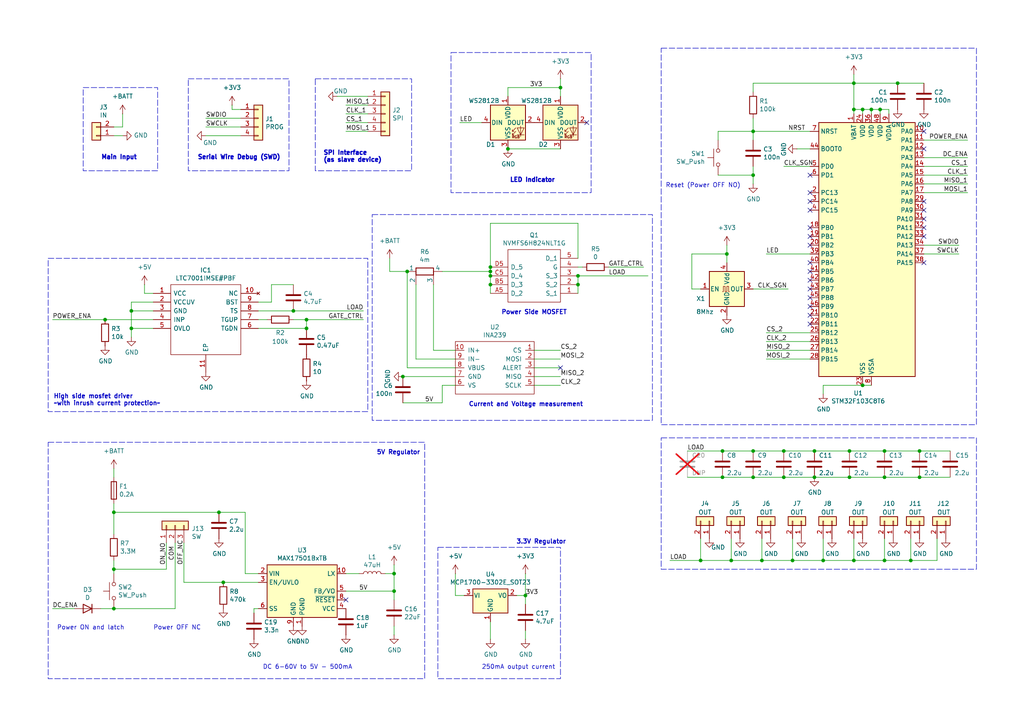
<source format=kicad_sch>
(kicad_sch (version 20231120) (generator "eeschema") (generator_version "8.0")
  (paper "A4")
  (title_block (title "ODRI Power Board") (company "LAAS-CNRS") (comment 1 "Thomas Flayols"))
  (lib_symbols
    (symbol "Connector_Generic:Conn_01x02" (pin_names (offset 1.016) hide)
      (property "Reference" "J" (at 0 2.54 0))
      (property "Value" "Conn_01x02" (at 0 -5.08 0))
      (symbol "Conn_01x02_1_1"
        (pin passive line (at -5.08 0 0) (length 3.81) (name "Pin_1") (number "1"))
        (pin passive line (at -5.08 -2.54 0) (length 3.81) (name "Pin_2") (number "2"))
      )
    )
    (symbol "Connector_Generic:Conn_01x03" (pin_names (offset 1.016) hide)
      (property "Reference" "J" (at 0 5.08 0))
      (property "Value" "Conn_01x03" (at 0 -5.08 0))
      (symbol "Conn_01x03_1_1"
        (pin passive line (at -5.08 2.54 0) (length 3.81) (name "Pin_1") (number "1"))
        (pin passive line (at -5.08 0 0) (length 3.81) (name "Pin_2") (number "2"))
        (pin passive line (at -5.08 -2.54 0) (length 3.81) (name "Pin_3") (number "3"))
      )
    )
    (symbol "Connector_Generic:Conn_01x04" (pin_names (offset 1.016) hide)
      (property "Reference" "J" (at 0 5.08 0))
      (property "Value" "Conn_01x04" (at 0 -7.62 0))
      (symbol "Conn_01x04_1_1"
        (pin passive line (at -5.08 2.54 0) (length 3.81) (name "Pin_1") (number "1"))
        (pin passive line (at -5.08 0 0) (length 3.81) (name "Pin_2") (number "2"))
        (pin passive line (at -5.08 -2.54 0) (length 3.81) (name "Pin_3") (number "3"))
        (pin passive line (at -5.08 -5.08 0) (length 3.81) (name "Pin_4") (number "4"))
      )
    )
    (symbol "Connector_Generic:Conn_01x05" (pin_names (offset 1.016) hide)
      (property "Reference" "J" (at 0 7.62 0))
      (property "Value" "Conn_01x05" (at 0 -7.62 0))
      (symbol "Conn_01x05_1_1"
        (pin passive line (at -5.08 5.08 0) (length 3.81) (name "Pin_1") (number "1"))
        (pin passive line (at -5.08 2.54 0) (length 3.81) (name "Pin_2") (number "2"))
        (pin passive line (at -5.08 0 0) (length 3.81) (name "Pin_3") (number "3"))
        (pin passive line (at -5.08 -2.54 0) (length 3.81) (name "Pin_4") (number "4"))
        (pin passive line (at -5.08 -5.08 0) (length 3.81) (name "Pin_5") (number "5"))
      )
    )
    (symbol "Device:C" (pin_numbers hide) (pin_names (offset 0.254))
      (property "Reference" "C" (at 0.635 2.54 0))
      (property "Value" "C" (at 0.635 -2.54 0))
      (symbol "C_1_1"
        (pin passive line (at 0 3.81 270) (length 2.794) (name "~") (number "1"))
        (pin passive line (at 0 -3.81 90) (length 2.794) (name "~") (number "2"))
      )
    )
    (symbol "Device:D" (pin_numbers hide) (pin_names (offset 1.016) hide)
      (property "Reference" "D" (at 0 2.54 0))
      (property "Value" "D" (at 0 -2.54 0))
      (symbol "D_1_1"
        (pin passive line (at -3.81 0 0) (length 2.54) (name "K") (number "1"))
        (pin passive line (at 3.81 0 180) (length 2.54) (name "A") (number "2"))
      )
    )
    (symbol "Device:Fuse" (pin_numbers hide) (pin_names (offset 0))
      (property "Reference" "F" (at 2.032 0 90))
      (property "Value" "Fuse" (at -1.905 0 90))
      (symbol "Fuse_1_1"
        (pin passive line (at 0 3.81 270) (length 1.27) (name "~") (number "1"))
        (pin passive line (at 0 -3.81 90) (length 1.27) (name "~") (number "2"))
      )
    )
    (symbol "Device:L" (pin_numbers hide) (pin_names (offset 1.016) hide)
      (property "Reference" "L" (at -1.27 0 90))
      (property "Value" "L" (at 1.905 0 90))
      (symbol "L_1_1"
        (pin passive line (at 0 3.81 270) (length 1.27) (name "1") (number "1"))
        (pin passive line (at 0 -3.81 90) (length 1.27) (name "2") (number "2"))
      )
    )
    (symbol "Device:R" (pin_numbers hide) (pin_names (offset 0))
      (property "Reference" "R" (at 2.032 0 90))
      (property "Value" "R" (at 0 0 90))
      (symbol "R_1_1"
        (pin passive line (at 0 3.81 270) (length 1.27) (name "~") (number "1"))
        (pin passive line (at 0 -3.81 90) (length 1.27) (name "~") (number "2"))
      )
    )
    (symbol "Device:R_Shunt" (pin_numbers hide) (pin_names (offset 0))
      (property "Reference" "R" (at -4.445 0 90))
      (property "Value" "R_Shunt" (at -2.54 0 90))
      (symbol "R_Shunt_1_1"
        (pin passive line (at 0 5.08 270) (length 2.54) (name "1") (number "1"))
        (pin passive line (at 3.81 2.54 180) (length 2.54) (name "2") (number "2"))
        (pin passive line (at 3.81 -2.54 180) (length 2.54) (name "3") (number "3"))
        (pin passive line (at 0 -5.08 90) (length 2.54) (name "4") (number "4"))
      )
    )
    (symbol "LED:WS2812B" (pin_names (offset 0.254))
      (property "Reference" "D" (at 5.08 5.715 0))
      (property "Value" "WS2812B" (at 1.27 -5.715 0))
      (symbol "WS2812B_0_0"
        (text "RGB" (at 2.286 -4.191 0) (effects (font (size 0.762 0.762))))
      )
      (symbol "WS2812B_1_1"
        (pin power_in line (at 0 7.62 270) (length 2.54) (name "VDD") (number "1"))
        (pin output line (at 7.62 0 180) (length 2.54) (name "DOUT") (number "2"))
        (pin power_in line (at 0 -7.62 90) (length 2.54) (name "VSS") (number "3"))
        (pin input line (at -7.62 0 0) (length 2.54) (name "DIN") (number "4"))
      )
    )
    (symbol "LTC7001IMSE#PBF:LTC7001IMSE#PBF" (pin_names (offset 0.762))
      (property "Reference" "IC" (at 26.67 7.62 0))
      (property "Value" "LTC7001IMSE#PBF" (at 26.67 5.08 0))
      (symbol "LTC7001IMSE#PBF_0_0"
        (pin passive line (at 0 0 0) (length 5.08) (name "VCC") (number "1"))
        (pin no_connect line (at 30.48 0 180) (length 5.08) (name "NC") (number "10"))
        (pin passive line (at 15.24 -22.86 90) (length 5.08) (name "EP") (number "11"))
        (pin passive line (at 0 -2.54 0) (length 5.08) (name "VCCUV") (number "2"))
        (pin passive line (at 0 -5.08 0) (length 5.08) (name "GND") (number "3"))
        (pin passive line (at 0 -7.62 0) (length 5.08) (name "INP") (number "4"))
        (pin passive line (at 0 -10.16 0) (length 5.08) (name "OVLO") (number "5"))
        (pin passive line (at 30.48 -10.16 180) (length 5.08) (name "TGDN") (number "6"))
        (pin passive line (at 30.48 -7.62 180) (length 5.08) (name "TGUP") (number "7"))
        (pin passive line (at 30.48 -5.08 180) (length 5.08) (name "TS") (number "8"))
        (pin passive line (at 30.48 -2.54 180) (length 5.08) (name "BST") (number "9"))
      )
    )
    (symbol "MCU_ST_STM32F1:STM32F103C8Tx"
      (property "Reference" "U" (at -12.7 39.37 0))
      (property "Value" "STM32F103C8Tx" (at 10.16 39.37 0))
      (symbol "STM32F103C8Tx_1_1"
        (pin power_in line (at -2.54 40.64 270) (length 2.54) (name "VBAT") (number "1"))
        (pin bidirectional line (at 17.78 35.56 180) (length 2.54) (name "PA0") (number "10"))
        (pin bidirectional line (at 17.78 33.02 180) (length 2.54) (name "PA1") (number "11"))
        (pin bidirectional line (at 17.78 30.48 180) (length 2.54) (name "PA2") (number "12"))
        (pin bidirectional line (at 17.78 27.94 180) (length 2.54) (name "PA3") (number "13"))
        (pin bidirectional line (at 17.78 25.4 180) (length 2.54) (name "PA4") (number "14"))
        (pin bidirectional line (at 17.78 22.86 180) (length 2.54) (name "PA5") (number "15"))
        (pin bidirectional line (at 17.78 20.32 180) (length 2.54) (name "PA6") (number "16"))
        (pin bidirectional line (at 17.78 17.78 180) (length 2.54) (name "PA7") (number "17"))
        (pin bidirectional line (at -15.24 7.62 0) (length 2.54) (name "PB0") (number "18"))
        (pin bidirectional line (at -15.24 5.08 0) (length 2.54) (name "PB1") (number "19"))
        (pin bidirectional line (at -15.24 17.78 0) (length 2.54) (name "PC13") (number "2"))
        (pin bidirectional line (at -15.24 2.54 0) (length 2.54) (name "PB2") (number "20"))
        (pin bidirectional line (at -15.24 -17.78 0) (length 2.54) (name "PB10") (number "21"))
        (pin bidirectional line (at -15.24 -20.32 0) (length 2.54) (name "PB11") (number "22"))
        (pin power_in line (at 0 -38.1 90) (length 2.54) (name "VSS") (number "23"))
        (pin power_in line (at 0 40.64 270) (length 2.54) (name "VDD") (number "24"))
        (pin bidirectional line (at -15.24 -22.86 0) (length 2.54) (name "PB12") (number "25"))
        (pin bidirectional line (at -15.24 -25.4 0) (length 2.54) (name "PB13") (number "26"))
        (pin bidirectional line (at -15.24 -27.94 0) (length 2.54) (name "PB14") (number "27"))
        (pin bidirectional line (at -15.24 -30.48 0) (length 2.54) (name "PB15") (number "28"))
        (pin bidirectional line (at 17.78 15.24 180) (length 2.54) (name "PA8") (number "29"))
        (pin bidirectional line (at -15.24 15.24 0) (length 2.54) (name "PC14") (number "3"))
        (pin bidirectional line (at 17.78 12.7 180) (length 2.54) (name "PA9") (number "30"))
        (pin bidirectional line (at 17.78 10.16 180) (length 2.54) (name "PA10") (number "31"))
        (pin bidirectional line (at 17.78 7.62 180) (length 2.54) (name "PA11") (number "32"))
        (pin bidirectional line (at 17.78 5.08 180) (length 2.54) (name "PA12") (number "33"))
        (pin bidirectional line (at 17.78 2.54 180) (length 2.54) (name "PA13") (number "34"))
        (pin passive line (at 0 -38.1 90) (length 2.54) hide (name "VSS") (number "35"))
        (pin power_in line (at 2.54 40.64 270) (length 2.54) (name "VDD") (number "36"))
        (pin bidirectional line (at 17.78 0 180) (length 2.54) (name "PA14") (number "37"))
        (pin bidirectional line (at 17.78 -2.54 180) (length 2.54) (name "PA15") (number "38"))
        (pin bidirectional line (at -15.24 0 0) (length 2.54) (name "PB3") (number "39"))
        (pin bidirectional line (at -15.24 12.7 0) (length 2.54) (name "PC15") (number "4"))
        (pin bidirectional line (at -15.24 -2.54 0) (length 2.54) (name "PB4") (number "40"))
        (pin bidirectional line (at -15.24 -5.08 0) (length 2.54) (name "PB5") (number "41"))
        (pin bidirectional line (at -15.24 -7.62 0) (length 2.54) (name "PB6") (number "42"))
        (pin bidirectional line (at -15.24 -10.16 0) (length 2.54) (name "PB7") (number "43"))
        (pin input line (at -15.24 30.48 0) (length 2.54) (name "BOOT0") (number "44"))
        (pin bidirectional line (at -15.24 -12.7 0) (length 2.54) (name "PB8") (number "45"))
        (pin bidirectional line (at -15.24 -15.24 0) (length 2.54) (name "PB9") (number "46"))
        (pin passive line (at 0 -38.1 90) (length 2.54) hide (name "VSS") (number "47"))
        (pin power_in line (at 5.08 40.64 270) (length 2.54) (name "VDD") (number "48"))
        (pin bidirectional line (at -15.24 25.4 0) (length 2.54) (name "PD0") (number "5"))
        (pin bidirectional line (at -15.24 22.86 0) (length 2.54) (name "PD1") (number "6"))
        (pin input line (at -15.24 35.56 0) (length 2.54) (name "NRST") (number "7"))
        (pin power_in line (at 2.54 -38.1 90) (length 2.54) (name "VSSA") (number "8"))
        (pin power_in line (at 7.62 40.64 270) (length 2.54) (name "VDDA") (number "9"))
      )
    )
    (symbol "NVMFS5C604NLWFT1G:NVMFS5C604NLWFT1G" (pin_names (offset 0.762))
      (property "Reference" "Q" (at 21.59 7.62 0))
      (property "Value" "NVMFS5C604NLWFT1G" (at 21.59 5.08 0))
      (symbol "NVMFS5C604NLWFT1G_0_0"
        (pin passive line (at 0 0 0) (length 5.08) (name "S_1") (number "1"))
        (pin passive line (at 0 -2.54 0) (length 5.08) (name "S_2") (number "2"))
        (pin passive line (at 0 -5.08 0) (length 5.08) (name "S_3") (number "3"))
        (pin passive line (at 0 -7.62 0) (length 5.08) (name "G") (number "4"))
        (pin passive line (at 0 -10.16 0) (length 5.08) (name "D_1") (number "5"))
        (pin passive line (at 25.4 0 180) (length 5.08) (name "D_2") (number "A5"))
        (pin passive line (at 25.4 -2.54 180) (length 5.08) (name "D_3") (number "B5"))
        (pin passive line (at 25.4 -5.08 180) (length 5.08) (name "D_4") (number "C5"))
        (pin passive line (at 25.4 -7.62 180) (length 5.08) (name "D_5") (number "D5"))
      )
    )
    (symbol "Oscillator:ASE-xxxMHz" (pin_names (offset 0.254))
      (property "Reference" "X" (at -5.08 6.35 0))
      (property "Value" "ASE-xxxMHz" (at 1.27 -6.35 0))
      (symbol "ASE-xxxMHz_1_1"
        (pin input line (at -7.62 0 0) (length 2.54) (name "EN") (number "1"))
        (pin power_in line (at 0 -7.62 90) (length 2.54) (name "GND") (number "2"))
        (pin output line (at 7.62 0 180) (length 2.54) (name "OUT") (number "3"))
        (pin power_in line (at 0 7.62 270) (length 2.54) (name "Vdd") (number "4"))
      )
    )
    (symbol "Regulator_Linear:MCP1700x-330xxTT" (pin_names (offset 0.254))
      (property "Reference" "U" (at -3.81 3.175 0))
      (property "Value" "MCP1700x-330xxTT" (at 0 3.175 0))
      (symbol "MCP1700x-330xxTT_1_1"
        (pin power_in line (at 0 -7.62 90) (length 2.54) (name "GND") (number "1"))
        (pin power_out line (at 7.62 0 180) (length 2.54) (name "VO") (number "2"))
        (pin power_in line (at -7.62 0 0) (length 2.54) (name "VI") (number "3"))
      )
    )
    (symbol "Regulator_Switching:MAX17501BxTB"
      (property "Reference" "U" (at -8.89 8.89 0))
      (property "Value" "MAX17501BxTB" (at 2.032 8.89 0))
      (symbol "MAX17501BxTB_1_1"
        (pin power_in line (at 0 -10.16 90) (length 2.54) (name "PGND") (number "1"))
        (pin power_out line (at 12.7 5.08 180) (length 2.54) (name "LX") (number "10"))
        (pin passive line (at -2.54 -10.16 90) (length 2.54) hide (name "GND") (number "11"))
        (pin power_in line (at -12.7 5.08 0) (length 2.54) (name "VIN") (number "2"))
        (pin input line (at -12.7 2.54 0) (length 2.54) (name "EN/UVLO") (number "3"))
        (pin power_out line (at 12.7 -5.08 180) (length 2.54) (name "VCC") (number "4"))
        (pin input line (at 12.7 0 180) (length 2.54) (name "FB/VO") (number "5"))
        (pin passive line (at -12.7 -5.08 0) (length 2.54) (name "SS") (number "6"))
        (pin no_connect line (at -10.16 -2.54 0) (length 2.54) hide (name "NC") (number "7"))
        (pin open_collector line (at 12.7 -2.54 180) (length 2.54) (name "~{RESET}") (number "8"))
        (pin power_in line (at -2.54 -10.16 90) (length 2.54) (name "GND") (number "9"))
      )
    )
    (symbol "Switch:SW_Push" (pin_numbers hide) (pin_names (offset 1.016) hide)
      (property "Reference" "SW" (at 1.27 2.54 0))
      (property "Value" "SW_Push" (at 0 -1.524 0))
      (symbol "SW_Push_0_1"
        (pin passive line (at -5.08 0 0) (length 2.54) (name "1") (number "1"))
        (pin passive line (at 5.08 0 180) (length 2.54) (name "2") (number "2"))
      )
    )
    (symbol "ina229:INA229" (pin_names (offset 1.016))
      (property "Reference" "U" (at 5.08 0 0))
      (property "Value" "INA229" (at 5.08 -20.32 0))
      (symbol "INA229_1_1"
        (pin input line (at -12.7 -5.08 0) (length 2.54) (name "CS") (number "1"))
        (pin input line (at 10.16 -5.08 180) (length 2.54) (name "IN+") (number "10"))
        (pin input line (at -12.7 -7.62 0) (length 2.54) (name "MOSI") (number "2"))
        (pin output line (at -12.7 -10.16 0) (length 2.54) (name "ALERT") (number "3"))
        (pin output line (at -12.7 -12.7 0) (length 2.54) (name "MISO") (number "4"))
        (pin input line (at -12.7 -15.24 0) (length 2.54) (name "SCLK") (number "5"))
        (pin power_in line (at 10.16 -15.24 180) (length 2.54) (name "VS") (number "6"))
        (pin power_in line (at 10.16 -12.7 180) (length 2.54) (name "GND") (number "7"))
        (pin power_in line (at 10.16 -10.16 180) (length 2.54) (name "VBUS") (number "8"))
        (pin input line (at 10.16 -7.62 180) (length 2.54) (name "IN-") (number "9"))
      )
    )
    (symbol "power:+3V3" (power) (pin_numbers hide) (pin_names (offset 0) hide)
      (property "Value" "+3V3" (at 0 3.556 0))
      (symbol "+3V3_1_1"
        (pin power_in line (at 0 0 90) (length 0) (name "~") (number "1"))
      )
    )
    (symbol "power:+5V" (power) (pin_numbers hide) (pin_names (offset 0) hide)
      (property "Value" "+5V" (at 0 3.556 0))
      (symbol "+5V_1_1"
        (pin power_in line (at 0 0 90) (length 0) (name "~") (number "1"))
      )
    )
    (symbol "power:+BATT" (power) (pin_numbers hide) (pin_names (offset 0) hide)
      (property "Value" "+BATT" (at 0 3.556 0))
      (symbol "+BATT_1_1"
        (pin power_in line (at 0 0 90) (length 0) (name "~") (number "1"))
      )
    )
    (symbol "power:GND" (power) (pin_numbers hide) (pin_names (offset 0) hide)
      (property "Value" "GND" (at 0 -3.81 0))
      (symbol "GND_1_1"
        (pin power_in line (at 0 0 270) (length 0) (name "~") (number "1"))
      )
    )
  )
  (junction (at 167.64 80.01))
  (junction (at 246.38 138.43))
  (junction (at 246.38 130.81))
  (junction (at 142.24 82.55))
  (junction (at 218.44 38.1))
  (junction (at 252.73 31.75))
  (junction (at 38.1 90.17))
  (junction (at 266.7 130.81))
  (junction (at 152.4 172.72))
  (junction (at 227.33 130.81))
  (junction (at 250.19 31.75))
  (junction (at 256.54 130.81))
  (junction (at 218.44 130.81))
  (junction (at 247.65 162.56))
  (junction (at 260.35 24.13))
  (junction (at 218.44 138.43))
  (junction (at 238.76 162.56))
  (junction (at 236.22 138.43))
  (junction (at 88.9 95.25))
  (junction (at 33.02 165.1))
  (junction (at 38.1 95.25))
  (junction (at 255.27 31.75))
  (junction (at 30.48 92.71))
  (junction (at 114.3 166.37))
  (junction (at 142.24 77.47))
  (junction (at 85.09 90.17))
  (junction (at 250.19 111.76))
  (junction (at 33.02 148.59))
  (junction (at 229.87 162.56))
  (junction (at 220.98 162.56))
  (junction (at 236.22 130.81))
  (junction (at 203.2 162.56))
  (junction (at 33.02 176.53))
  (junction (at 64.77 168.91))
  (junction (at 256.54 162.56))
  (junction (at 209.55 138.43))
  (junction (at 147.32 43.18))
  (junction (at 247.65 31.75))
  (junction (at 142.24 80.01))
  (junction (at 266.7 138.43))
  (junction (at 162.56 25.4))
  (junction (at 247.65 24.13))
  (junction (at 210.82 73.66))
  (junction (at 118.11 78.74))
  (junction (at 212.09 162.56))
  (junction (at 167.64 82.55))
  (junction (at 227.33 138.43))
  (junction (at 142.24 78.74))
  (junction (at 63.5 148.59))
  (junction (at 114.3 171.45))
  (junction (at 256.54 138.43))
  (junction (at 264.16 162.56))
  (junction (at 116.84 109.22))
  (junction (at 218.44 50.8))
  (junction (at 88.9 92.71))
  (junction (at 209.55 130.81))
  (no_connect (at 234.95 91.44))
  (no_connect (at 100.33 173.99))
  (no_connect (at 234.95 50.8))
  (no_connect (at 234.95 66.04))
  (no_connect (at 162.56 106.68))
  (no_connect (at 234.95 58.42))
  (no_connect (at 234.95 78.74))
  (no_connect (at 267.97 68.58))
  (no_connect (at 267.97 43.18))
  (no_connect (at 234.95 81.28))
  (no_connect (at 234.95 60.96))
  (no_connect (at 234.95 76.2))
  (no_connect (at 234.95 55.88))
  (no_connect (at 234.95 71.12))
  (no_connect (at 267.97 38.1))
  (no_connect (at 267.97 63.5))
  (no_connect (at 234.95 68.58))
  (no_connect (at 234.95 88.9))
  (no_connect (at 267.97 76.2))
  (no_connect (at 170.18 35.56))
  (no_connect (at 234.95 86.36))
  (no_connect (at 234.95 93.98))
  (no_connect (at 267.97 58.42))
  (no_connect (at 267.97 66.04))
  (no_connect (at 234.95 83.82))
  (no_connect (at 267.97 60.96))
  (wire (pts (xy 132.08 166.37) (xy 132.08 172.72)))
  (wire (pts (xy 149.86 172.72) (xy 152.4 172.72)))
  (wire (pts (xy 38.1 90.17) (xy 44.45 90.17)))
  (wire (pts (xy 162.56 25.4) (xy 147.32 25.4)))
  (wire (pts (xy 154.94 101.6) (xy 162.56 101.6)))
  (wire (pts (xy 154.94 111.76) (xy 162.56 111.76)))
  (wire (pts (xy 67.31 31.75) (xy 69.85 31.75)))
  (wire (pts (xy 203.2 83.82) (xy 200.66 83.82)))
  (wire (pts (xy 229.87 156.21) (xy 229.87 162.56)))
  (wire (pts (xy 128.27 78.74) (xy 142.24 78.74)))
  (wire (pts (xy 220.98 156.21) (xy 220.98 162.56)))
  (wire (pts (xy 227.33 130.81) (xy 236.22 130.81)))
  (wire (pts (xy 238.76 114.3) (xy 238.76 111.76)))
  (wire (pts (xy 167.64 82.55) (xy 167.64 85.09)))
  (wire (pts (xy 33.02 148.59) (xy 63.5 148.59)))
  (wire (pts (xy 50.8 157.48) (xy 50.8 176.53)))
  (wire (pts (xy 100.33 35.56) (xy 106.68 35.56)))
  (wire (pts (xy 256.54 156.21) (xy 256.54 162.56)))
  (wire (pts (xy 246.38 130.81) (xy 256.54 130.81)))
  (wire (pts (xy 200.66 83.82) (xy 200.66 73.66)))
  (wire (pts (xy 74.93 176.53) (xy 73.66 176.53)))
  (wire (pts (xy 220.98 162.56) (xy 212.09 162.56)))
  (wire (pts (xy 162.56 27.94) (xy 162.56 25.4)))
  (wire (pts (xy 247.65 24.13) (xy 260.35 24.13)))
  (wire (pts (xy 35.56 33.02) (xy 35.56 36.83)))
  (wire (pts (xy 114.3 163.83) (xy 114.3 166.37)))
  (wire (pts (xy 142.24 85.09) (xy 142.24 82.55)))
  (wire (pts (xy 74.93 92.71) (xy 77.47 92.71)))
  (wire (pts (xy 125.73 82.55) (xy 125.73 101.6)))
  (wire (pts (xy 167.64 64.77) (xy 142.24 64.77)))
  (wire (pts (xy 250.19 31.75) (xy 252.73 31.75)))
  (wire (pts (xy 154.94 104.14) (xy 162.56 104.14)))
  (wire (pts (xy 208.28 50.8) (xy 218.44 50.8)))
  (wire (pts (xy 33.02 165.1) (xy 48.26 165.1)))
  (wire (pts (xy 33.02 36.83) (xy 35.56 36.83)))
  (wire (pts (xy 113.03 74.93) (xy 113.03 78.74)))
  (wire (pts (xy 247.65 156.21) (xy 247.65 162.56)))
  (wire (pts (xy 100.33 171.45) (xy 114.3 171.45)))
  (wire (pts (xy 210.82 76.2) (xy 210.82 73.66)))
  (wire (pts (xy 247.65 21.59) (xy 247.65 24.13)))
  (wire (pts (xy 228.6 83.82) (xy 218.44 83.82)))
  (wire (pts (xy 271.78 156.21) (xy 271.78 162.56)))
  (wire (pts (xy 132.08 106.68) (xy 118.11 106.68)))
  (wire (pts (xy 142.24 80.01) (xy 142.24 82.55)))
  (wire (pts (xy 154.94 106.68) (xy 162.56 106.68)))
  (wire (pts (xy 41.91 82.55) (xy 41.91 85.09)))
  (wire (pts (xy 59.69 34.29) (xy 69.85 34.29)))
  (wire (pts (xy 33.02 154.94) (xy 33.02 148.59)))
  (wire (pts (xy 142.24 78.74) (xy 142.24 80.01)))
  (wire (pts (xy 218.44 130.81) (xy 227.33 130.81)))
  (wire (pts (xy 252.73 31.75) (xy 252.73 33.02)))
  (wire (pts (xy 187.96 80.01) (xy 167.64 80.01)))
  (wire (pts (xy 247.65 162.56) (xy 238.76 162.56)))
  (wire (pts (xy 167.64 77.47) (xy 168.91 77.47)))
  (wire (pts (xy 114.3 166.37) (xy 114.3 171.45)))
  (wire (pts (xy 246.38 138.43) (xy 236.22 138.43)))
  (wire (pts (xy 30.48 92.71) (xy 44.45 92.71)))
  (wire (pts (xy 132.08 101.6) (xy 125.73 101.6)))
  (wire (pts (xy 114.3 171.45) (xy 114.3 173.99)))
  (wire (pts (xy 38.1 97.79) (xy 38.1 95.25)))
  (wire (pts (xy 222.25 96.52) (xy 234.95 96.52)))
  (wire (pts (xy 194.31 162.56) (xy 203.2 162.56)))
  (wire (pts (xy 74.93 168.91) (xy 64.77 168.91)))
  (wire (pts (xy 208.28 38.1) (xy 218.44 38.1)))
  (wire (pts (xy 38.1 95.25) (xy 44.45 95.25)))
  (wire (pts (xy 73.66 176.53) (xy 73.66 177.8)))
  (wire (pts (xy 229.87 162.56) (xy 220.98 162.56)))
  (wire (pts (xy 147.32 27.94) (xy 147.32 25.4)))
  (wire (pts (xy 247.65 31.75) (xy 247.65 24.13)))
  (wire (pts (xy 222.25 73.66) (xy 234.95 73.66)))
  (wire (pts (xy 118.11 106.68) (xy 118.11 78.74)))
  (wire (pts (xy 85.09 92.71) (xy 88.9 92.71)))
  (wire (pts (xy 132.08 104.14) (xy 120.65 104.14)))
  (wire (pts (xy 78.74 82.55) (xy 85.09 82.55)))
  (wire (pts (xy 250.19 111.76) (xy 252.73 111.76)))
  (wire (pts (xy 257.81 33.02) (xy 257.81 31.75)))
  (wire (pts (xy 238.76 162.56) (xy 229.87 162.56)))
  (wire (pts (xy 255.27 31.75) (xy 257.81 31.75)))
  (wire (pts (xy 88.9 92.71) (xy 88.9 95.25)))
  (wire (pts (xy 85.09 90.17) (xy 105.41 90.17)))
  (wire (pts (xy 71.12 166.37) (xy 74.93 166.37)))
  (wire (pts (xy 167.64 80.01) (xy 167.64 82.55)))
  (wire (pts (xy 74.93 87.63) (xy 78.74 87.63)))
  (wire (pts (xy 38.1 90.17) (xy 38.1 95.25)))
  (wire (pts (xy 15.24 176.53) (xy 21.59 176.53)))
  (wire (pts (xy 167.64 74.93) (xy 167.64 64.77)))
  (wire (pts (xy 128.27 111.76) (xy 128.27 116.84)))
  (wire (pts (xy 267.97 48.26) (xy 280.67 48.26)))
  (wire (pts (xy 203.2 156.21) (xy 203.2 162.56)))
  (wire (pts (xy 210.82 71.12) (xy 210.82 73.66)))
  (wire (pts (xy 266.7 138.43) (xy 256.54 138.43)))
  (wire (pts (xy 67.31 30.48) (xy 67.31 31.75)))
  (wire (pts (xy 266.7 130.81) (xy 275.59 130.81)))
  (wire (pts (xy 44.45 87.63) (xy 38.1 87.63)))
  (wire (pts (xy 275.59 138.43) (xy 266.7 138.43)))
  (wire (pts (xy 128.27 116.84) (xy 116.84 116.84)))
  (wire (pts (xy 74.93 95.25) (xy 88.9 95.25)))
  (wire (pts (xy 154.94 109.22) (xy 162.56 109.22)))
  (wire (pts (xy 227.33 138.43) (xy 236.22 138.43)))
  (wire (pts (xy 106.68 38.1) (xy 100.33 38.1)))
  (wire (pts (xy 267.97 53.34) (xy 280.67 53.34)))
  (wire (pts (xy 267.97 50.8) (xy 280.67 50.8)))
  (wire (pts (xy 212.09 156.21) (xy 212.09 162.56)))
  (wire (pts (xy 218.44 50.8) (xy 218.44 53.34)))
  (wire (pts (xy 256.54 130.81) (xy 266.7 130.81)))
  (wire (pts (xy 53.34 157.48) (xy 53.34 168.91)))
  (wire (pts (xy 260.35 24.13) (xy 267.97 24.13)))
  (wire (pts (xy 218.44 138.43) (xy 227.33 138.43)))
  (wire (pts (xy 252.73 31.75) (xy 255.27 31.75)))
  (wire (pts (xy 212.09 162.56) (xy 203.2 162.56)))
  (wire (pts (xy 120.65 82.55) (xy 120.65 104.14)))
  (wire (pts (xy 218.44 130.81) (xy 209.55 130.81)))
  (wire (pts (xy 236.22 130.81) (xy 246.38 130.81)))
  (wire (pts (xy 33.02 39.37) (xy 35.56 39.37)))
  (wire (pts (xy 33.02 135.89) (xy 33.02 138.43)))
  (wire (pts (xy 231.14 43.18) (xy 234.95 43.18)))
  (wire (pts (xy 267.97 71.12) (xy 278.13 71.12)))
  (wire (pts (xy 78.74 87.63) (xy 78.74 82.55)))
  (wire (pts (xy 33.02 176.53) (xy 50.8 176.53)))
  (wire (pts (xy 48.26 165.1) (xy 48.26 157.48)))
  (wire (pts (xy 234.95 48.26) (xy 227.33 48.26)))
  (wire (pts (xy 139.7 35.56) (xy 133.35 35.56)))
  (wire (pts (xy 218.44 38.1) (xy 234.95 38.1)))
  (wire (pts (xy 267.97 45.72) (xy 280.67 45.72)))
  (wire (pts (xy 71.12 166.37) (xy 71.12 148.59)))
  (wire (pts (xy 267.97 40.64) (xy 280.67 40.64)))
  (wire (pts (xy 53.34 168.91) (xy 64.77 168.91)))
  (wire (pts (xy 106.68 33.02) (xy 100.33 33.02)))
  (wire (pts (xy 264.16 162.56) (xy 256.54 162.56)))
  (wire (pts (xy 132.08 109.22) (xy 116.84 109.22)))
  (wire (pts (xy 100.33 30.48) (xy 106.68 30.48)))
  (wire (pts (xy 218.44 48.26) (xy 218.44 50.8)))
  (wire (pts (xy 264.16 156.21) (xy 264.16 162.56)))
  (wire (pts (xy 222.25 101.6) (xy 234.95 101.6)))
  (wire (pts (xy 238.76 111.76) (xy 250.19 111.76)))
  (wire (pts (xy 41.91 85.09) (xy 44.45 85.09)))
  (wire (pts (xy 238.76 156.21) (xy 238.76 162.56)))
  (wire (pts (xy 152.4 182.88) (xy 152.4 185.42)))
  (wire (pts (xy 152.4 166.37) (xy 152.4 172.72)))
  (wire (pts (xy 176.53 77.47) (xy 186.69 77.47)))
  (wire (pts (xy 142.24 77.47) (xy 142.24 78.74)))
  (wire (pts (xy 267.97 55.88) (xy 280.67 55.88)))
  (wire (pts (xy 33.02 146.05) (xy 33.02 148.59)))
  (wire (pts (xy 33.02 162.56) (xy 33.02 165.1)))
  (wire (pts (xy 63.5 148.59) (xy 71.12 148.59)))
  (wire (pts (xy 255.27 31.75) (xy 255.27 33.02)))
  (wire (pts (xy 247.65 31.75) (xy 250.19 31.75)))
  (wire (pts (xy 209.55 138.43) (xy 218.44 138.43)))
  (wire (pts (xy 132.08 172.72) (xy 134.62 172.72)))
  (wire (pts (xy 38.1 87.63) (xy 38.1 90.17)))
  (wire (pts (xy 69.85 36.83) (xy 59.69 36.83)))
  (wire (pts (xy 162.56 43.18) (xy 147.32 43.18)))
  (wire (pts (xy 85.09 90.17) (xy 74.93 90.17)))
  (wire (pts (xy 100.33 166.37) (xy 104.14 166.37)))
  (wire (pts (xy 250.19 31.75) (xy 250.19 33.02)))
  (wire (pts (xy 218.44 34.29) (xy 218.44 38.1)))
  (wire (pts (xy 208.28 38.1) (xy 208.28 40.64)))
  (wire (pts (xy 218.44 24.13) (xy 247.65 24.13)))
  (wire (pts (xy 152.4 172.72) (xy 152.4 175.26)))
  (wire (pts (xy 162.56 22.86) (xy 162.56 25.4)))
  (wire (pts (xy 222.25 99.06) (xy 234.95 99.06)))
  (wire (pts (xy 111.76 166.37) (xy 114.3 166.37)))
  (wire (pts (xy 199.39 130.81) (xy 209.55 130.81)))
  (wire (pts (xy 106.68 27.94) (xy 97.79 27.94)))
  (wire (pts (xy 267.97 73.66) (xy 278.13 73.66)))
  (wire (pts (xy 256.54 138.43) (xy 246.38 138.43)))
  (wire (pts (xy 69.85 39.37) (xy 59.69 39.37)))
  (wire (pts (xy 142.24 64.77) (xy 142.24 77.47)))
  (wire (pts (xy 113.03 78.74) (xy 118.11 78.74)))
  (wire (pts (xy 256.54 162.56) (xy 247.65 162.56)))
  (wire (pts (xy 271.78 162.56) (xy 264.16 162.56)))
  (wire (pts (xy 29.21 176.53) (xy 33.02 176.53)))
  (wire (pts (xy 247.65 33.02) (xy 247.65 31.75)))
  (wire (pts (xy 114.3 181.61) (xy 114.3 184.15)))
  (wire (pts (xy 218.44 26.67) (xy 218.44 24.13)))
  (wire (pts (xy 222.25 104.14) (xy 234.95 104.14)))
  (wire (pts (xy 33.02 165.1) (xy 33.02 166.37)))
  (wire (pts (xy 199.39 138.43) (xy 209.55 138.43)))
  (wire (pts (xy 88.9 92.71) (xy 105.41 92.71)))
  (wire (pts (xy 200.66 73.66) (xy 210.82 73.66)))
  (wire (pts (xy 218.44 38.1) (xy 218.44 40.64)))
  (wire (pts (xy 15.24 92.71) (xy 30.48 92.71)))
  (wire (pts (xy 142.24 180.34) (xy 142.24 185.42)))
  (wire (pts (xy 132.08 111.76) (xy 128.27 111.76)))
  (rectangle (start 24.13 25.4) (end 45.72 49.53) (stroke (width 0) (type dash)))
  (rectangle (start 107.95 62.23) (end 189.23 121.92) (stroke (width 0) (type dash)))
  (rectangle (start 191.77 13.97) (end 283.21 123.19) (stroke (width 0) (type dash)))
  (rectangle (start 54.61 22.86) (end 83.82 49.53) (stroke (width 0) (type dash)))
  (rectangle (start 91.44 22.86) (end 119.38 49.53) (stroke (width 0) (type dash)))
  (rectangle (start 13.97 128.27) (end 123.19 196.85) (stroke (width 0) (type dash)))
  (rectangle (start 13.97 74.93) (end 106.68 119.38) (stroke (width 0) (type dash)))
  (rectangle (start 191.77 127) (end 283.21 165.1) (stroke (width 0) (type dash)))
  (rectangle (start 130.81 15.24) (end 171.45 55.88) (stroke (width 0) (type dash)))
  (rectangle (start 127 158.75) (end 162.56 196.85) (stroke (width 0) (type dash)))
  (text "DC 6-60V to 5V - 500mA" (at 76.2 194.31 0) (effects (font (size 1.27 1.27)) (justify left bottom)))
  (text "High side mosfet driver\n~with inrush current protection~" (at 15.494 117.856 0) (effects (font (size 1.27 1.27) (thickness 0.254) (bold yes)) (justify left bottom)))
  (text "3.3V Regulator" (at 156.972 157.226 0) (effects (font (size 1.27 1.27) (thickness 0.254) (bold yes))))
  (text "Power OFF NC" (at 44.45 182.88 0) (effects (font (size 1.27 1.27)) (justify left bottom)))
  (text "Reset (Power OFF NO)" (at 193.04 54.61 0) (effects (font (size 1.27 1.27)) (justify left bottom)))
  (text "LED Indicator" (at 154.432 52.324 0) (effects (font (size 1.27 1.27) (thickness 0.508) (bold yes))))
  (text "Main Input" (at 34.544 45.72 0) (effects (font (size 1.27 1.27) (thickness 0.508) (bold yes))))
  (text "SPI Interface \n(as slave device)" (at 93.726 47.244 0) (effects (font (size 1.27 1.27) (thickness 0.4064) (bold yes)) (justify left bottom)))
  (text "Power Side MOSFET" (at 154.94 90.678 0) (effects (font (size 1.27 1.27) (thickness 0.254) (bold yes))))
  (text "5V Regulator" (at 115.57 131.318 0) (effects (font (size 1.27 1.27) (thickness 0.254) (bold yes))))
  (text "Current and Voltage measurement" (at 135.89 118.11 0) (effects (font (size 1.27 1.27) (thickness 0.254) (bold yes)) (justify left bottom)))
  (text "Power ON and latch" (at 16.51 182.88 0) (effects (font (size 1.27 1.27)) (justify left bottom)))
  (text "Serial Wire Debug (SWD)" (at 69.342 45.72 0) (effects (font (size 1.27 1.27) (thickness 0.508) (bold yes))))
  (text "250mA output current" (at 139.7 194.31 0) (effects (font (size 1.27 1.27)) (justify left bottom)))
  (label "CLK_2" (at 162.56 111.76 0))
  (label "MISO_2" (at 222.25 101.6 0))
  (label "5V" (at 104.14 171.45 0))
  (label "CS_1" (at 100.33 35.56 0))
  (label "LOAD" (at 105.41 90.17 180))
  (label "SWCLK" (at 59.69 36.83 0))
  (label "ON_NO" (at 48.26 163.83 90))
  (label "POWER_ENA" (at 280.67 40.64 180))
  (label "SWDIO" (at 59.69 34.29 0))
  (label "POWER_ENA" (at 15.24 92.71 0))
  (label "MISO_1" (at 280.67 53.34 180))
  (label "CS_2" (at 222.25 96.52 0))
  (label "DC_ENA" (at 15.24 176.53 0))
  (label "GATE_CTRL" (at 186.69 77.47 180))
  (label "5V" (at 125.73 116.84 180))
  (label "MISO_2" (at 162.56 109.22 0))
  (label "CLK_SGN" (at 227.33 48.26 0))
  (label "LED" (at 222.25 73.66 0))
  (label "MOSI_2" (at 162.56 104.14 0))
  (label "OFF_NC" (at 53.34 163.83 90))
  (label "LED" (at 133.35 35.56 0))
  (label "COM" (at 50.8 162.56 90))
  (label "MISO_1" (at 100.33 30.48 0))
  (label "SWCLK" (at 278.13 73.66 180))
  (label "3V3" (at 153.67 25.4 0))
  (label "3V3" (at 152.4 172.72 0))
  (label "CS_2" (at 162.56 101.6 0))
  (label "CLK_SGN" (at 219.71 83.82 0))
  (label "MOSI_1" (at 280.67 55.88 180))
  (label "MOSI_1" (at 100.33 38.1 0))
  (label "CS_1" (at 280.67 48.26 180))
  (label "LOAD" (at 194.31 162.56 0))
  (label "NRST" (at 228.6 38.1 0))
  (label "SWDIO" (at 278.13 71.12 180))
  (label "MOSI_2" (at 222.25 104.14 0))
  (label "CLK_2" (at 222.25 99.06 0))
  (label "CLK_1" (at 100.33 33.02 0))
  (label "LOAD" (at 176.53 80.01 0))
  (label "LOAD" (at 199.39 130.81 0))
  (label "CLK_1" (at 280.67 50.8 180))
  (label "GATE_CTRL" (at 105.41 92.71 180))
  (label "DC_ENA" (at 280.67 45.72 180))
  (symbol (lib_id "ina229:INA229") (at 142.24 96.52 0) (mirror y) (unit 1)
    (property "Reference" "U2" (at 143.51 94.869 0))
    (property "Value" "INA239" (at 143.51 97.1804 0))
    (property "Footprint" "Package_SO:VSSOP-10_3x3mm_P0.5mm" (effects (hide yes)))
    (property "Link" "https://octopart.com/ina239aidgsr-texas+instruments-116345462?r=sp" (effects (hide yes)))
    (property "Mouser" "595-INA239AIDGSR" (effects (hide yes)))
    (property "Part No" "INA239AIDGSR" (effects (hide yes)))
  )
  (symbol (lib_id "Device:R_Shunt") (at 123.19 78.74 90) (mirror x) (unit 1)
    (property "Reference" "R6" (at 123.19 73.025 90))
    (property "Value" "4m" (at 123.19 75.3364 90))
    (property "Footprint" "Resistor_SMD:R_Shunt_Vishay_WSK2512_6332Metric_T2.66mm" (effects (hide yes)))
    (property "Link" "https://octopart.com/wsk25124l000fea-vishay-41934978?r=sp" (effects (hide yes)))
    (property "DigiKey" "541-WSK25124L000FEACT-ND" (effects (hide yes)))
    (property "Mouser" "71-WSK25124L000FEA" (effects (hide yes)))
    (property "Part No" "WSK25124L000FEA" (effects (hide yes)))
  )
  (symbol (lib_id "power:GND") (at 116.84 109.22 270) (mirror x) (unit 1)
    (property "Reference" "#PWR015" (effects (hide yes)))
    (property "Value" "GND" (at 112.4458 109.093 0))
  )
  (symbol (lib_id "Connector_Generic:Conn_01x02") (at 205.74 151.13 270) (mirror x) (unit 1)
    (property "Reference" "J4" (at 204.47 146.05 90))
    (property "Value" "OUT" (at 204.47 148.59 90))
    (property "Footprint" "Connector_AMASS:AMASS_XT30U-M_1x02_P5.0mm_Vertical" (effects (hide yes)))
    (property "Link" "https://octopart.com/xt30u-m-amass-118051273?r=sp" (effects (hide yes)))
    (property "Part No" "XT30U-M" (effects (hide yes)))
  )
  (symbol (lib_id "Connector_Generic:Conn_01x02") (at 214.63 151.13 270) (mirror x) (unit 1)
    (property "Reference" "J5" (at 213.36 146.05 90))
    (property "Value" "OUT" (at 213.36 148.59 90))
    (property "Footprint" "Connector_AMASS:AMASS_XT30U-M_1x02_P5.0mm_Vertical" (effects (hide yes)))
    (property "Link" "https://octopart.com/xt30u-m-amass-118051273?r=sp" (effects (hide yes)))
    (property "Part No" "XT30U-M" (effects (hide yes)))
  )
  (symbol (lib_id "Connector_Generic:Conn_01x02") (at 223.52 151.13 270) (mirror x) (unit 1)
    (property "Reference" "J6" (at 222.25 146.05 90))
    (property "Value" "OUT" (at 222.25 148.59 90))
    (property "Footprint" "Connector_AMASS:AMASS_XT30U-M_1x02_P5.0mm_Vertical" (effects (hide yes)))
    (property "Link" "https://octopart.com/xt30u-m-amass-118051273?r=sp" (effects (hide yes)))
    (property "Part No" "XT30U-M" (effects (hide yes)))
  )
  (symbol (lib_id "Connector_Generic:Conn_01x02") (at 232.41 151.13 270) (mirror x) (unit 1)
    (property "Reference" "J7" (at 231.14 146.05 90))
    (property "Value" "OUT" (at 231.14 148.59 90))
    (property "Footprint" "Connector_AMASS:AMASS_XT30U-M_1x02_P5.0mm_Vertical" (effects (hide yes)))
    (property "Link" "https://octopart.com/xt30u-m-amass-118051273?r=sp" (effects (hide yes)))
    (property "Part No" "XT30U-M" (effects (hide yes)))
  )
  (symbol (lib_id "Connector_Generic:Conn_01x02") (at 241.3 151.13 270) (mirror x) (unit 1)
    (property "Reference" "J8" (at 240.03 146.05 90))
    (property "Value" "OUT" (at 240.03 148.59 90))
    (property "Footprint" "Connector_AMASS:AMASS_XT30U-M_1x02_P5.0mm_Vertical" (effects (hide yes)))
    (property "Link" "https://octopart.com/xt30u-m-amass-118051273?r=sp" (effects (hide yes)))
    (property "Part No" "XT30U-M" (effects (hide yes)))
  )
  (symbol (lib_id "Connector_Generic:Conn_01x02") (at 250.19 151.13 270) (mirror x) (unit 1)
    (property "Reference" "J9" (at 248.92 146.05 90))
    (property "Value" "OUT" (at 248.92 148.59 90))
    (property "Footprint" "Connector_AMASS:AMASS_XT30U-M_1x02_P5.0mm_Vertical" (effects (hide yes)))
    (property "Link" "https://octopart.com/xt30u-m-amass-118051273?r=sp" (effects (hide yes)))
    (property "Part No" "XT30U-M" (effects (hide yes)))
  )
  (symbol (lib_id "power:GND") (at 205.74 156.21 0) (unit 1)
    (property "Reference" "#PWR016" (effects (hide yes)))
    (property "Value" "GND" (at 208.28 158.75 0))
  )
  (symbol (lib_id "power:GND") (at 214.63 156.21 0) (unit 1)
    (property "Reference" "#PWR017" (effects (hide yes)))
    (property "Value" "GND" (at 214.757 160.6042 0))
  )
  (symbol (lib_id "power:GND") (at 223.52 156.21 0) (unit 1)
    (property "Reference" "#PWR018" (effects (hide yes)))
    (property "Value" "GND" (at 223.647 160.6042 0))
  )
  (symbol (lib_id "power:GND") (at 232.41 156.21 0) (unit 1)
    (property "Reference" "#PWR019" (effects (hide yes)))
    (property "Value" "GND" (at 232.537 160.6042 0))
  )
  (symbol (lib_id "power:GND") (at 241.3 156.21 0) (unit 1)
    (property "Reference" "#PWR020" (effects (hide yes)))
    (property "Value" "GND" (at 241.427 160.6042 0))
  )
  (symbol (lib_id "power:GND") (at 250.19 156.21 0) (unit 1)
    (property "Reference" "#PWR021" (effects (hide yes)))
    (property "Value" "GND" (at 250.317 160.6042 0))
  )
  (symbol (lib_id "Connector_Generic:Conn_01x02") (at 259.08 151.13 270) (mirror x) (unit 1)
    (property "Reference" "J10" (at 257.81 146.05 90))
    (property "Value" "OUT" (at 257.81 148.59 90))
    (property "Footprint" "Connector_AMASS:AMASS_XT30U-M_1x02_P5.0mm_Vertical" (effects (hide yes)))
    (property "Link" "https://octopart.com/xt30u-m-amass-118051273?r=sp" (effects (hide yes)))
    (property "Part No" "XT30U-M" (effects (hide yes)))
  )
  (symbol (lib_id "Connector_Generic:Conn_01x02") (at 266.7 151.13 270) (mirror x) (unit 1)
    (property "Reference" "J11" (at 265.43 146.05 90))
    (property "Value" "OUT" (at 265.43 148.59 90))
    (property "Footprint" "Connector_AMASS:AMASS_XT30U-M_1x02_P5.0mm_Vertical" (effects (hide yes)))
    (property "Link" "https://octopart.com/xt30u-m-amass-118051273?r=sp" (effects (hide yes)))
    (property "Part No" "XT30U-M" (effects (hide yes)))
  )
  (symbol (lib_id "power:GND") (at 259.08 156.21 0) (unit 1)
    (property "Reference" "#PWR022" (effects (hide yes)))
    (property "Value" "GND" (at 259.207 160.6042 0))
  )
  (symbol (lib_id "power:GND") (at 266.7 156.21 0) (unit 1)
    (property "Reference" "#PWR023" (effects (hide yes)))
    (property "Value" "GND" (at 266.827 160.6042 0))
  )
  (symbol (lib_id "power:GND") (at 35.56 39.37 90) (unit 1)
    (property "Reference" "#PWR013" (effects (hide yes)))
    (property "Value" "GND" (at 38.8112 39.243 90) (effects (justify right)))
  )
  (symbol (lib_id "Regulator_Switching:MAX17501BxTB") (at 87.63 171.45 0) (unit 1)
    (property "Reference" "U3" (at 87.63 159.5882 0))
    (property "Value" "MAX17501BxTB" (at 87.63 161.8996 0))
    (property "Footprint" "Package_DFN_QFN:TDFN-10-1EP_2x3mm_P0.5mm_EP0.9x2mm" (effects (hide yes)))
    (property "Link" "https://octopart.com/max17501batb%2Bt-maxim+integrated-18909242?r=sp" (effects (hide yes)))
    (property "DigiKey" "MAX17501BATB+TDKR-ND" (effects (hide yes)))
    (property "Farnell" "2798898" (effects (hide yes)))
    (property "Mouser" "700-MAX17501BATB+T" (effects (hide yes)))
    (property "Part No" "MAX17501BATB+T" (effects (hide yes)))
  )
  (symbol (lib_id "power:GND") (at 85.09 181.61 0) (unit 1)
    (property "Reference" "#PWR030" (effects (hide yes)))
    (property "Value" "GND" (at 85.217 186.0042 0))
  )
  (symbol (lib_id "power:GND") (at 87.63 181.61 0) (unit 1)
    (property "Reference" "#PWR031" (effects (hide yes)))
    (property "Value" "GND" (at 87.757 186.0042 0))
  )
  (symbol (lib_id "Connector_Generic:Conn_01x05") (at 111.76 33.02 0) (unit 1)
    (property "Reference" "J2" (at 113.792 31.9532 0) (effects (justify left)))
    (property "Value" "SPI" (at 113.792 34.2646 0) (effects (justify left)))
    (property "Footprint" "Connector_Hirose:Hirose_DF13-05P-1.25DSA_1x05_P1.25mm_Vertical" (effects (hide yes)))
    (property "DigiKey" "H2194-ND" (effects (hide yes)))
    (property "Farnell" "2427589" (effects (hide yes)))
    (property "Link" "https://octopart.com/df13-5p-1.25dsa-hirose-261608?r=sp" (effects (hide yes)))
    (property "Mouser" "798-DF13-5P-1.25DSA" (effects (hide yes)))
    (property "Part No" "DF13-5P-1.25DSA" (effects (hide yes)))
  )
  (symbol (lib_id "power:GND") (at 97.79 27.94 270) (unit 1)
    (property "Reference" "#PWR012" (effects (hide yes)))
    (property "Value" "GND" (at 98.806 26.416 90))
  )
  (symbol (lib_id "power:GND") (at 238.76 114.3 0) (unit 1)
    (property "Reference" "#PWR014" (effects (hide yes)))
    (property "Value" "GND" (at 238.887 118.6942 0))
  )
  (symbol (lib_id "NVMFS5C604NLWFT1G:NVMFS5C604NLWFT1G") (at 167.64 85.09 180) (unit 1)
    (property "Reference" "Q1" (at 154.94 68.199 0))
    (property "Value" "NVMFS6H824NLT1G" (at 154.94 70.5104 0))
    (property "Footprint" "NVMFS5C604NLWFT1G:NVMFS5C604NLWFT1G" (effects (hide yes)))
    (property "Description" "MOSFET NFET SO8FL 60V 287A 1.2MO" (effects (hide yes)))
    (property "Arrow Part Number" "NVMFS5C604NLWFT1G" (effects (hide yes)))
    (property "Arrow Price/Stock" "https://www.arrow.com/en/products/nvmfs5c604nlwft1g/on-semiconductor" (effects (hide yes)))
    (property "Link" "https://octopart.com/nvmfs6h824nlt1g-onsemi-107239366?r=sp" (effects (hide yes)))
    (property "Part No" "NVMFS6H824NLT1G" (effects (hide yes)))
    (property "DigiKey" "488-NVMFS6H824NLT1GCT-ND" (effects (hide yes)))
    (property "Farnell" "3464029" (effects (hide yes)))
    (property "Mouser" "863-NVMFS6H824NLT1G" (effects (hide yes)))
    (property "RS" "2025749P" (effects (hide yes)))
  )
  (symbol (lib_id "Switch:SW_Push") (at 33.02 171.45 90) (unit 1)
    (property "Reference" "SW2" (at 34.2392 170.2816 90) (effects (justify right)))
    (property "Value" "SW_Push" (at 34.2392 172.593 90) (effects (justify right)))
    (property "Footprint" "Button_Switch_SMD:SW_Push_1P1T_NO_CK_KMR2" (effects (hide yes)))
    (property "Link" "https://octopart.com/kmr223glfg-c%26k+components-7881168?r=sp" (effects (hide yes)))
    (property "DigiKey" "401-1428-1-ND" (effects (hide yes)))
    (property "Farnell" "2845730" (effects (hide yes)))
    (property "Mouser" "611-KMR223GLFG" (effects (hide yes)))
    (property "Part No" "KMR223GLFG" (effects (hide yes)))
  )
  (symbol (lib_id "Device:R") (at 64.77 172.72 0) (unit 1)
    (property "Reference" "R8" (at 66.548 171.5516 0) (effects (justify left)))
    (property "Value" "470k" (at 66.548 173.863 0) (effects (justify left)))
    (property "Footprint" "Resistor_SMD:R_0402_1005Metric" (effects (hide yes)))
    (property "Link" "https://octopart.com/rc0402fr-07470kl-yageo-40301048?r=sp" (effects (hide yes)))
    (property "DigiKey" "311-470KLRCT-ND" (effects (hide yes)))
    (property "Farnell" "2459294" (effects (hide yes)))
    (property "Mouser" "603-RC0402FR-07470KL" (effects (hide yes)))
    (property "Part No" "RC0402FR-07470KL" (effects (hide yes)))
    (property "RS" "1987793" (effects (hide yes)))
  )
  (symbol (lib_id "power:GND") (at 64.77 176.53 0) (unit 1)
    (property "Reference" "#PWR032" (effects (hide yes)))
    (property "Value" "GND" (at 64.897 180.9242 0))
  )
  (symbol (lib_id "Device:R") (at 33.02 158.75 0) (unit 1)
    (property "Reference" "R7" (at 34.798 157.5816 0) (effects (justify left)))
    (property "Value" "3.3M" (at 34.798 159.893 0) (effects (justify left)))
    (property "Footprint" "Resistor_SMD:R_0402_1005Metric" (effects (hide yes)))
    (property "Link" "https://octopart.com/rc0402fr-073m3l-yageo-41203087?r=sp" (effects (hide yes)))
    (property "DigiKey" "311-3.30MLRCT-ND" (effects (hide yes)))
    (property "Farnell" "1458782" (effects (hide yes)))
    (property "Mouser" "603-RC0402FR-073M3L" (effects (hide yes)))
    (property "Part No" "RC0402FR-073M3L" (effects (hide yes)))
  )
  (symbol (lib_id "Connector_Generic:Conn_01x02") (at 27.94 39.37 180) (unit 1)
    (property "Reference" "J3" (at 30.0228 31.115 0))
    (property "Value" "IN" (at 30.0228 33.4264 0))
    (property "Footprint" "Connector_AMASS:AMASS_XT30PW-M_1x02_P2.50mm_Horizontal" (effects (hide yes)))
    (property "Link" "https://octopart.com/xt30pw-m-amass-118051271?r=sp" (effects (hide yes)))
    (property "Part No" "XT30PW-M" (effects (hide yes)))
  )
  (symbol (lib_id "Regulator_Linear:MCP1700x-330xxTT") (at 142.24 172.72 0) (unit 1)
    (property "Reference" "U4" (at 142.24 166.5732 0))
    (property "Value" "MCP1700-3302E_SOT23" (at 142.24 168.8846 0))
    (property "Footprint" "Package_TO_SOT_SMD:SOT-23" (effects (hide yes)))
    (property "Datasheet" "http://ww1.microchip.com/downloads/en/DeviceDoc/20001826D.pdf" (effects (hide yes)))
    (property "Description" "250mA Low Quiscent Current LDO, 3.3V output, SOT-23" (effects (hide yes)))
    (property "Link" "https://octopart.com/mcp1700t-3302e%2Ftt-microchip-535742?r=sp" (effects (hide yes)))
    (property "DigiKey" "MCP1700T3302ETTDKR-ND" (effects (hide yes)))
    (property "Farnell" "1296592" (effects (hide yes)))
    (property "Part No" "MCP1700T-3302E/TT" (effects (hide yes)))
    (property "RS" "698-9044P" (effects (hide yes)))
    (property "Mouser" "579-MCP1700T3302E/TT" (effects (hide yes)))
  )
  (symbol (lib_id "power:GND") (at 142.24 185.42 0) (unit 1)
    (property "Reference" "#PWR028" (effects (hide yes)))
    (property "Value" "GND" (at 142.367 189.8142 0))
  )
  (symbol (lib_id "Device:D") (at 25.4 176.53 180) (unit 1)
    (property "Reference" "D3" (at 25.4 171.0182 0))
    (property "Value" "D" (at 25.4 173.3296 0))
    (property "Footprint" "Diode_SMD:D_0402_1005Metric" (effects (hide yes)))
    (property "Link" "https://octopart.com/nsr05f20nxt5g-onsemi-18688319?r=sp" (effects (hide yes)))
    (property "DigiKey" "NSR05F20NXT5GOSCT-ND" (effects (hide yes)))
    (property "Farnell" "2533246" (effects (hide yes)))
    (property "Mouser" "863-NSR05F20NXT5G" (effects (hide yes)))
    (property "Part No" "NSR05F20NXT5G" (effects (hide yes)))
    (property "RS" "186-7707P" (effects (hide yes)))
  )
  (symbol (lib_id "Device:R") (at 30.48 96.52 180) (unit 1)
    (property "Reference" "R3" (at 32.258 95.3516 0) (effects (justify right)))
    (property "Value" "10k" (at 32.258 97.663 0) (effects (justify right)))
    (property "Footprint" "Resistor_SMD:R_0402_1005Metric" (effects (hide yes)))
    (property "DigiKey" "311-10.0KLRCT-ND" (effects (hide yes)))
    (property "Farnell" "2421890" (effects (hide yes)))
    (property "Link" "https://octopart.com/rc0402fr-0710kl-yageo-55458461?r=sp" (effects (hide yes)))
    (property "Mouser" "603-RC0402FR-0710KL" (effects (hide yes)))
    (property "Part No" "RC0402FR-0710KL" (effects (hide yes)))
    (property "RS" "1987644P" (effects (hide yes)))
  )
  (symbol (lib_id "power:GND") (at 30.48 100.33 0) (unit 1)
    (property "Reference" "#PWR07" (effects (hide yes)))
    (property "Value" "GND" (at 30.607 104.7242 0))
  )
  (symbol (lib_id "power:GND") (at 59.69 107.95 0) (unit 1)
    (property "Reference" "#PWR08" (effects (hide yes)))
    (property "Value" "GND" (at 59.817 112.3442 0))
  )
  (symbol (lib_id "Device:Fuse") (at 33.02 142.24 0) (unit 1)
    (property "Reference" "F1" (at 34.544 141.0716 0) (effects (justify left)))
    (property "Value" "0.2A" (at 34.544 143.383 0) (effects (justify left)))
    (property "Footprint" "Fuse:Fuse_1206_3216Metric" (effects (hide yes)))
    (property "Link" "https://octopart.com/nanosmdc020f-2-littelfuse-74215050?r=sp" (effects (hide yes)))
    (property "DigiKey" "NANOSMDC020F-2CT-ND" (effects (hide yes)))
    (property "Farnell" "1345939" (effects (hide yes)))
    (property "Mouser" "650-NANOSMDC020F-2" (effects (hide yes)))
    (property "Part No" "NANOSMDC020F-2" (effects (hide yes)))
  )
  (symbol (lib_id "Device:C") (at 116.84 113.03 0) (mirror y) (unit 1)
    (property "Reference" "C6" (at 113.919 111.8616 0) (effects (justify left)))
    (property "Value" "100n" (at 113.919 114.173 0) (effects (justify left)))
    (property "Footprint" "Capacitor_SMD:C_0402_1005Metric" (effects (hide yes)))
    (property "DigiKey" "311-1338-1-ND" (effects (hide yes)))
    (property "Farnell" "9402047" (effects (hide yes)))
    (property "Link" "https://octopart.com/cc0402krx7r7bb104-yageo-42244624?r=sp" (effects (hide yes)))
    (property "Mouser" "603-CC402KRX7R7BB104" (effects (hide yes)))
    (property "Part No" "CC0402KRX7R7BB104" (effects (hide yes)))
    (property "RS" "616-9701" (effects (hide yes)))
  )
  (symbol (lib_id "Device:C") (at 267.97 27.94 0) (unit 1)
    (property "Reference" "C2" (at 270.891 26.7716 0) (effects (justify left)))
    (property "Value" "100n" (at 270.891 29.083 0) (effects (justify left)))
    (property "Footprint" "Capacitor_SMD:C_0402_1005Metric" (effects (hide yes)))
    (property "DigiKey" "311-1338-1-ND" (effects (hide yes)))
    (property "Farnell" "9402047" (effects (hide yes)))
    (property "Link" "https://octopart.com/cc0402krx7r7bb104-yageo-42244624?r=sp" (effects (hide yes)))
    (property "Mouser" "603-CC402KRX7R7BB104" (effects (hide yes)))
    (property "Part No" "CC0402KRX7R7BB104" (effects (hide yes)))
    (property "RS" "616-9701" (effects (hide yes)))
  )
  (symbol (lib_id "Device:C") (at 260.35 27.94 0) (unit 1)
    (property "Reference" "C1" (at 257.429 26.7716 0) (effects (justify right)))
    (property "Value" "100n" (at 257.429 29.083 0) (effects (justify right)))
    (property "Footprint" "Capacitor_SMD:C_0402_1005Metric" (effects (hide yes)))
    (property "DigiKey" "311-1338-1-ND" (effects (hide yes)))
    (property "Farnell" "9402047" (effects (hide yes)))
    (property "Link" "https://octopart.com/cc0402krx7r7bb104-yageo-42244624?r=sp" (effects (hide yes)))
    (property "Mouser" "603-CC402KRX7R7BB104" (effects (hide yes)))
    (property "Part No" "CC0402KRX7R7BB104" (effects (hide yes)))
    (property "RS" "616-9701" (effects (hide yes)))
  )
  (symbol (lib_id "Device:L") (at 107.95 166.37 90) (unit 1)
    (property "Reference" "L1" (at 107.95 161.544 90))
    (property "Value" "47uH" (at 107.95 163.8554 90))
    (property "Footprint" "Inductor_SMD:L_Bourns-SRN4018" (effects (hide yes)))
    (property "Link" "https://octopart.com/lps4018-473mrc-coilcraft-30061104?r=sp" (effects (hide yes)))
    (property "Farnell" "2408111" (effects (hide yes)))
    (property "Mouser" "994-LPS4018-473MRC" (effects (hide yes)))
    (property "Part No" "LPS4018-473MRC" (effects (hide yes)))
  )
  (symbol (lib_id "power:GND") (at 260.35 31.75 0) (unit 1)
    (property "Reference" "#PWR01" (effects (hide yes)))
    (property "Value" "GND" (at 260.477 36.1442 0))
  )
  (symbol (lib_id "power:GND") (at 267.97 31.75 0) (unit 1)
    (property "Reference" "#PWR02" (effects (hide yes)))
    (property "Value" "GND" (at 268.097 36.1442 0))
  )
  (symbol (lib_id "power:GND") (at 114.3 184.15 0) (unit 1)
    (property "Reference" "#PWR027" (effects (hide yes)))
    (property "Value" "GND" (at 114.427 188.5442 0))
  )
  (symbol (lib_id "Device:C") (at 100.33 180.34 0) (unit 1)
    (property "Reference" "C18" (at 103.251 179.1716 0) (effects (justify left)))
    (property "Value" "1uF" (at 103.251 181.483 0) (effects (justify left)))
    (property "Footprint" "Capacitor_SMD:C_0402_1005Metric" (effects (hide yes)))
    (property "DigiKey" "478-4596-1-ND" (effects (hide yes)))
    (property "Farnell" "2280811" (effects (hide yes)))
    (property "Link" "https://octopart.com/0402zd105kat2a-avx-55386343?r=sp" (effects (hide yes)))
    (property "Mouser" "581-0402ZD105K" (effects (hide yes)))
    (property "Part No" "0402ZD105KAT2A" (effects (hide yes)))
  )
  (symbol (lib_id "power:GND") (at 100.33 184.15 0) (unit 1)
    (property "Reference" "#PWR033" (effects (hide yes)))
    (property "Value" "GND" (at 100.457 188.5442 0))
  )
  (symbol (lib_id "Device:C") (at 85.09 86.36 0) (unit 1)
    (property "Reference" "C4" (at 88.011 85.1916 0) (effects (justify left)))
    (property "Value" "4.7uF" (at 88.011 87.503 0) (effects (justify left)))
    (property "Footprint" "Capacitor_SMD:C_0805_2012Metric" (effects (hide yes)))
    (property "Link" "https://octopart.com/grm21bc71h475ke11l-murata-46693508?r=sp" (effects (hide yes)))
    (property "DigiKey" "490-12757-1-ND" (effects (hide yes)))
    (property "Farnell" "3581771" (effects (hide yes)))
    (property "Mouser" "81-GRM21BC71H475KE1L" (effects (hide yes)))
    (property "Part No" "GRM21BC71H475KE11L" (effects (hide yes)))
    (property "RS" "172-6970" (effects (hide yes)))
  )
  (symbol (lib_id "power:GND") (at 38.1 97.79 0) (unit 1)
    (property "Reference" "#PWR06" (effects (hide yes)))
    (property "Value" "GND" (at 38.227 102.1842 0))
  )
  (symbol (lib_id "Device:C") (at 88.9 99.06 0) (unit 1)
    (property "Reference" "C5" (at 91.821 97.8916 0) (effects (justify left)))
    (property "Value" "0.47uF" (at 91.821 100.203 0) (effects (justify left)))
    (property "Footprint" "Capacitor_SMD:C_0805_2012Metric" (effects (hide yes)))
    (property "Link" "https://octopart.com/cl21b474kbfnnne-samsung-19018992?r=sp" (effects (hide yes)))
    (property "DigiKey" "1276-1039-1-ND" (effects (hide yes)))
    (property "Farnell" "3013497" (effects (hide yes)))
    (property "Mouser" "187-CL21B474KBFNNNE" (effects (hide yes)))
    (property "Part No" "CL21B474KBFNNNE" (effects (hide yes)))
  )
  (symbol (lib_id "Device:R") (at 81.28 92.71 270) (unit 1)
    (property "Reference" "R2" (at 81.28 96.52 90))
    (property "Value" "100k" (at 81.28 99.06 90))
    (property "Footprint" "Resistor_SMD:R_0402_1005Metric" (effects (hide yes)))
    (property "Link" "https://octopart.com/rc0402fr-07100kl-yageo-55402861?r=sp" (effects (hide yes)))
    (property "DigiKey" "311-100KLRCT-ND" (effects (hide yes)))
    (property "Farnell" "2421891" (effects (hide yes)))
    (property "Mouser" "603-RC0402FR-07100KL" (effects (hide yes)))
    (property "Part No" "RC0402FR-07100KL" (effects (hide yes)))
    (property "RS" "1987640P" (effects (hide yes)))
  )
  (symbol (lib_id "Device:C") (at 73.66 181.61 0) (unit 1)
    (property "Reference" "C19" (at 76.581 180.4416 0) (effects (justify left)))
    (property "Value" "3.3n" (at 76.581 182.753 0) (effects (justify left)))
    (property "Footprint" "Capacitor_SMD:C_0402_1005Metric" (effects (hide yes)))
    (property "DigiKey" "311-1034-1-ND" (effects (hide yes)))
    (property "Farnell" "2370654" (effects (hide yes)))
    (property "Link" "https://octopart.com/cc0402krx7r9bb332-yageo-192887?r=sp" (effects (hide yes)))
    (property "Mouser" "603-CC402KRX7R9BB332" (effects (hide yes)))
    (property "Part No" "CC0402KRX7R9BB332" (effects (hide yes)))
    (property "RS" "199-2261" (effects (hide yes)))
  )
  (symbol (lib_id "power:GND") (at 73.66 185.42 0) (unit 1)
    (property "Reference" "#PWR034" (effects (hide yes)))
    (property "Value" "GND" (at 73.787 189.8142 0))
  )
  (symbol (lib_id "Device:R") (at 88.9 106.68 180) (unit 1)
    (property "Reference" "R4" (at 90.678 105.5116 0) (effects (justify right)))
    (property "Value" "10" (at 90.678 107.823 0) (effects (justify right)))
    (property "Footprint" "Resistor_SMD:R_0402_1005Metric" (effects (hide yes)))
    (property "Link" "https://octopart.com/rc0402jr-0710rl-yageo-40952565?r=sp" (effects (hide yes)))
    (property "DigiKey" "311-10JRCT-ND" (effects (hide yes)))
    (property "Farnell" "9232524" (effects (hide yes)))
    (property "Mouser" "603-RC0402JR-0710RL" (effects (hide yes)))
    (property "Part No" "RC0402JR-0710RL" (effects (hide yes)))
    (property "RS" "1987894" (effects (hide yes)))
  )
  (symbol (lib_id "power:GND") (at 88.9 110.49 0) (unit 1)
    (property "Reference" "#PWR09" (effects (hide yes)))
    (property "Value" "GND" (at 89.027 114.8842 0))
  )
  (symbol (lib_id "Device:C") (at 218.44 44.45 0) (unit 1)
    (property "Reference" "C3" (at 221.361 43.2816 0) (effects (justify left)))
    (property "Value" "100n" (at 221.361 45.593 0) (effects (justify left)))
    (property "Footprint" "Capacitor_SMD:C_0402_1005Metric" (effects (hide yes)))
    (property "DigiKey" "311-1338-1-ND" (effects (hide yes)))
    (property "Farnell" "9402047" (effects (hide yes)))
    (property "Link" "https://octopart.com/cc0402krx7r7bb104-yageo-42244624?r=sp" (effects (hide yes)))
    (property "Mouser" "603-CC402KRX7R7BB104" (effects (hide yes)))
    (property "Part No" "CC0402KRX7R7BB104" (effects (hide yes)))
    (property "RS" "616-9701" (effects (hide yes)))
  )
  (symbol (lib_id "power:GND") (at 218.44 53.34 0) (unit 1)
    (property "Reference" "#PWR04" (effects (hide yes)))
    (property "Value" "GND" (at 218.567 57.7342 0))
  )
  (symbol (lib_id "Device:C") (at 266.7 134.62 0) (unit 1)
    (property "Reference" "C14" (at 267.97 132.08 0) (effects (justify left)))
    (property "Value" "2.2u" (at 267.97 137.16 0) (effects (justify left)))
    (property "Footprint" "Capacitor_SMD:C_1206_3216Metric" (effects (hide yes)))
    (property "DigiKey" "478-12144-1-ND" (effects (hide yes)))
    (property "Farnell" "2834939" (effects (hide yes)))
    (property "Link" "https://octopart.com/12061c225k4t2a-avx-83597938?r=sp" (effects (hide yes)))
    (property "Mouser" "581-12061C225K4T2A" (effects (hide yes)))
    (property "Part No" "12061C225K4T2A" (effects (hide yes)))
    (property "RS" "181-9983" (effects (hide yes)))
  )
  (symbol (lib_id "Device:C") (at 152.4 179.07 0) (unit 1)
    (property "Reference" "C17" (at 155.321 177.9016 0) (effects (justify left)))
    (property "Value" "4.7uF" (at 155.321 180.213 0) (effects (justify left)))
    (property "Footprint" "Capacitor_SMD:C_0805_2012Metric" (effects (hide yes)))
    (property "Link" "https://octopart.com/grm21bc71h475ke11l-murata-46693508?r=sp" (effects (hide yes)))
    (property "DigiKey" "490-12757-1-ND" (effects (hide yes)))
    (property "Farnell" "3581771" (effects (hide yes)))
    (property "Mouser" "81-GRM21BC71H475KE1L" (effects (hide yes)))
    (property "Part No" "GRM21BC71H475KE11L" (effects (hide yes)))
    (property "RS" "172-6970" (effects (hide yes)))
  )
  (symbol (lib_id "power:GND") (at 152.4 185.42 0) (unit 1)
    (property "Reference" "#PWR029" (effects (hide yes)))
    (property "Value" "GND" (at 152.527 189.8142 0))
  )
  (symbol (lib_id "Connector_Generic:Conn_01x04") (at 74.93 34.29 0) (unit 1)
    (property "Reference" "J1" (at 76.962 34.4932 0) (effects (justify left)))
    (property "Value" "PROG" (at 76.962 36.8046 0) (effects (justify left)))
    (property "Footprint" "Connector_PinHeader_2.54mm:PinHeader_1x04_P2.54mm_Vertical" (effects (hide yes)))
  )
  (symbol (lib_id "power:GND") (at 59.69 39.37 270) (unit 1)
    (property "Reference" "#PWR05" (effects (hide yes)))
    (property "Value" "GND" (at 60.96 41.402 90))
  )
  (symbol (lib_id "MCU_ST_STM32F1:STM32F103C8Tx") (at 250.19 73.66 0) (unit 1)
    (property "Reference" "U1" (at 248.92 114.0206 0))
    (property "Value" "STM32F103C8T6" (at 248.92 116.332 0))
    (property "Footprint" "Package_QFP:LQFP-48_7x7mm_P0.5mm" (effects (hide yes)))
    (property "Link" "https://octopart.com/stm32f103c8t6-stmicroelectronics-41858015?r=sp" (effects (hide yes)))
    (property "DigiKey" "497-6063-ND" (effects (hide yes)))
    (property "Farnell" "1447637" (effects (hide yes)))
    (property "Mouser" "511-STM32F103C8T6" (effects (hide yes)))
    (property "Part No" "STM32F103C8T6" (effects (hide yes)))
  )
  (symbol (lib_id "Device:R") (at 172.72 77.47 90) (unit 1)
    (property "Reference" "R5" (at 172.72 72.2122 90))
    (property "Value" "0" (at 172.72 74.5236 90))
    (property "Footprint" "Resistor_SMD:R_0402_1005Metric" (effects (hide yes)))
    (property "DigiKey" "CR0402-J/-000GLFCT-ND" (effects (hide yes)))
    (property "Farnell" "2008330" (effects (hide yes)))
    (property "Link" "https://octopart.com/cr0402-j%2F-000glf-bourns-2326631?r=sp" (effects (hide yes)))
    (property "Mouser" "652-CR0402-J/-000GLF" (effects (hide yes)))
    (property "Part No" "CR0402-J/-000GLF" (effects (hide yes)))
    (property "RS" "7408789" (effects (hide yes)))
  )
  (symbol (lib_id "Oscillator:ASE-xxxMHz") (at 210.82 83.82 0) (unit 1)
    (property "Reference" "X1" (at 201.93 86.614 0) (effects (justify left)))
    (property "Value" "8Mhz" (at 201.93 90.424 0) (effects (justify left)))
    (property "Footprint" "Oscillator:Oscillator_SMD_Abracon_ASE-4Pin_3.2x2.5mm" (effects (hide yes)))
    (property "Link" "https://octopart.com/ase-8.000mhz-lc-t-abracon-657855?r=sp" (effects (hide yes)))
    (property "DigiKey" "535-9558-1-ND" (effects (hide yes)))
    (property "Farnell" "2467902" (effects (hide yes)))
    (property "Part No" "ASE-8.000MHZ-LC-T" (effects (hide yes)))
    (property "RS" "171-2852P" (effects (hide yes)))
    (property "Mouser" "815-ASE8.000MHZLCT" (effects (hide yes)))
  )
  (symbol (lib_id "Device:R") (at 218.44 30.48 180) (unit 1)
    (property "Reference" "R1" (at 220.218 29.3116 0) (effects (justify right)))
    (property "Value" "100k" (at 220.218 31.623 0) (effects (justify right)))
    (property "Footprint" "Resistor_SMD:R_0402_1005Metric" (effects (hide yes)))
    (property "Link" "https://octopart.com/rc0402fr-07100kl-yageo-55402861?r=sp" (effects (hide yes)))
    (property "DigiKey" "311-100KLRCT-ND" (effects (hide yes)))
    (property "Farnell" "2421891" (effects (hide yes)))
    (property "Mouser" "603-RC0402FR-07100KL" (effects (hide yes)))
    (property "Part No" "RC0402FR-07100KL" (effects (hide yes)))
    (property "RS" "1987640P" (effects (hide yes)))
  )
  (symbol (lib_id "LED:WS2812B") (at 147.32 35.56 0) (unit 1)
    (property "Reference" "D1" (at 140.97 41.91 0) (effects (justify left)))
    (property "Value" "WS2812B" (at 135.89 29.21 0) (effects (justify left)))
    (property "Footprint" "LED_SMD:LED_WS2812B_PLCC4_5.0x5.0mm_P3.2mm" (effects (hide yes)))
  )
  (symbol (lib_id "power:GND") (at 147.32 43.18 0) (unit 1)
    (property "Reference" "#PWR010" (effects (hide yes)))
    (property "Value" "GND" (at 147.447 47.5742 0))
  )
  (symbol (lib_id "Switch:SW_Push") (at 208.28 45.72 90) (unit 1)
    (property "Reference" "SW1" (at 204.5208 44.5516 90) (effects (justify left)))
    (property "Value" "SW_Push" (at 204.5208 46.863 90) (effects (justify left)))
    (property "Footprint" "Button_Switch_SMD:SW_Push_1P1T_NO_CK_KMR2" (effects (hide yes)))
    (property "Link" "https://octopart.com/kmr223glfg-c%26k+components-7881168?r=sp" (effects (hide yes)))
    (property "DigiKey" "401-1428-1-ND" (effects (hide yes)))
    (property "Farnell" "2845730" (effects (hide yes)))
    (property "Mouser" "611-KMR223GLFG" (effects (hide yes)))
    (property "Part No" "KMR223GLFG" (effects (hide yes)))
  )
  (symbol (lib_id "power:GND") (at 210.82 91.44 0) (unit 1)
    (property "Reference" "#PWR011" (effects (hide yes)))
    (property "Value" "GND" (at 210.947 95.8342 0))
  )
  (symbol (lib_id "power:GND") (at 63.5 156.21 0) (unit 1)
    (property "Reference" "#PWR025" (effects (hide yes)))
    (property "Value" "GND" (at 63.627 160.6042 0))
  )
  (symbol (lib_id "Device:C") (at 63.5 152.4 0) (unit 1)
    (property "Reference" "C7" (at 66.421 151.2316 0) (effects (justify left)))
    (property "Value" "2.2u" (at 66.421 153.543 0) (effects (justify left)))
    (property "Footprint" "Capacitor_SMD:C_1206_3216Metric" (effects (hide yes)))
    (property "DigiKey" "478-12144-1-ND" (effects (hide yes)))
    (property "Farnell" "2834939" (effects (hide yes)))
    (property "Link" "https://octopart.com/12061c225k4t2a-avx-83597938?r=sp" (effects (hide yes)))
    (property "Mouser" "581-12061C225K4T2A" (effects (hide yes)))
    (property "Part No" "12061C225K4T2A" (effects (hide yes)))
    (property "RS" "181-9983" (effects (hide yes)))
  )
  (symbol (lib_id "Device:C") (at 114.3 177.8 0) (unit 1)
    (property "Reference" "C16" (at 117.221 176.6316 0) (effects (justify left)))
    (property "Value" "22uF" (at 117.221 178.943 0) (effects (justify left)))
    (property "Footprint" "Capacitor_SMD:C_0805_2012Metric" (effects (hide yes)))
    (property "Link" "https://octopart.com/cl21a226mpclrnc-samsung-19832202?r=sp" (effects (hide yes)))
    (property "DigiKey" "1276-1822-1-ND" (effects (hide yes)))
    (property "Farnell" "3013460" (effects (hide yes)))
    (property "Mouser" "187-CL21A226MPCLRNC" (effects (hide yes)))
    (property "Part No" "CL21A226MPCLRNC" (effects (hide yes)))
  )
  (symbol (lib_id "Device:C") (at 236.22 134.62 0) (unit 1)
    (property "Reference" "C11" (at 237.49 132.08 0) (effects (justify left)))
    (property "Value" "2.2u" (at 237.49 137.16 0) (effects (justify left)))
    (property "Footprint" "Capacitor_SMD:C_1206_3216Metric" (effects (hide yes)))
    (property "DigiKey" "478-12144-1-ND" (effects (hide yes)))
    (property "Farnell" "2834939" (effects (hide yes)))
    (property "Link" "https://octopart.com/12061c225k4t2a-avx-83597938?r=sp" (effects (hide yes)))
    (property "Mouser" "581-12061C225K4T2A" (effects (hide yes)))
    (property "Part No" "12061C225K4T2A" (effects (hide yes)))
    (property "RS" "181-9983" (effects (hide yes)))
  )
  (symbol (lib_id "Device:C") (at 246.38 134.62 0) (unit 1)
    (property "Reference" "C12" (at 247.65 132.08 0) (effects (justify left)))
    (property "Value" "2.2u" (at 247.65 137.16 0) (effects (justify left)))
    (property "Footprint" "Capacitor_SMD:C_1206_3216Metric" (effects (hide yes)))
    (property "DigiKey" "478-12144-1-ND" (effects (hide yes)))
    (property "Farnell" "2834939" (effects (hide yes)))
    (property "Link" "https://octopart.com/12061c225k4t2a-avx-83597938?r=sp" (effects (hide yes)))
    (property "Mouser" "581-12061C225K4T2A" (effects (hide yes)))
    (property "Part No" "12061C225K4T2A" (effects (hide yes)))
    (property "RS" "181-9983" (effects (hide yes)))
  )
  (symbol (lib_id "Device:C") (at 256.54 134.62 0) (unit 1)
    (property "Reference" "C13" (at 257.81 132.08 0) (effects (justify left)))
    (property "Value" "2.2u" (at 257.81 137.16 0) (effects (justify left)))
    (property "Footprint" "Capacitor_SMD:C_1206_3216Metric" (effects (hide yes)))
    (property "DigiKey" "478-12144-1-ND" (effects (hide yes)))
    (property "Farnell" "2834939" (effects (hide yes)))
    (property "Link" "https://octopart.com/12061c225k4t2a-avx-83597938?r=sp" (effects (hide yes)))
    (property "Mouser" "581-12061C225K4T2A" (effects (hide yes)))
    (property "Part No" "12061C225K4T2A" (effects (hide yes)))
    (property "RS" "181-9983" (effects (hide yes)))
  )
  (symbol (lib_id "power:GND") (at 236.22 138.43 0) (unit 1)
    (property "Reference" "#PWR026" (effects (hide yes)))
    (property "Value" "GND" (at 236.347 142.8242 0))
  )
  (symbol (lib_id "power:GND") (at 231.14 43.18 270) (unit 1)
    (property "Reference" "#PWR03" (effects (hide yes)))
    (property "Value" "GND" (at 227.33 43.307 0))
  )
  (symbol (lib_id "LTC7001IMSE#PBF:LTC7001IMSE#PBF") (at 44.45 85.09 0) (unit 1)
    (property "Reference" "IC1" (at 59.69 78.359 0))
    (property "Value" "LTC7001IMSE#PBF" (at 59.69 80.6704 0))
    (property "Footprint" "LTC7001:SOP50P490X110-11N" (effects (hide yes)))
    (property "Description" "High-Side Gate Driver IC Non-Inverting 10-MSOP" (effects (hide yes)))
    (property "Arrow Part Number" "LTC7001IMSE#PBF" (effects (hide yes)))
    (property "Arrow Price/Stock" "https://www.arrow.com/en/products/ltc7001imsepbf/linear-technology" (effects (hide yes)))
    (property "Link" "https://octopart.com/ltc7001imse%23pbf-analog+devices-88969033?r=sp" (effects (hide yes)))
    (property "Part No" "LTC7001IMSE#PBF" (effects (hide yes)))
    (property "DigiKey" "LTC7001IMSE#PBF-ND" (effects (hide yes)))
    (property "Mouser" "584-LTC7001IMSEPBF" (effects (hide yes)))
  )
  (symbol (lib_id "Connector_Generic:Conn_01x02") (at 274.32 151.13 270) (mirror x) (unit 1)
    (property "Reference" "J12" (at 271.78 146.05 90) (effects (justify left)))
    (property "Value" "OUT" (at 271.78 148.59 90) (effects (justify left)))
    (property "Footprint" "Connector_AMASS:AMASS_XT30U-M_1x02_P5.0mm_Vertical" (effects (hide yes)))
    (property "Link" "https://octopart.com/xt30u-m-amass-118051273?r=sp" (effects (hide yes)))
    (property "Part No" "XT30U-M" (effects (hide yes)))
  )
  (symbol (lib_id "power:GND") (at 274.32 156.21 0) (unit 1)
    (property "Reference" "#PWR024" (effects (hide yes)))
    (property "Value" "GND" (at 274.447 160.6042 0))
  )
  (symbol (lib_id "Device:C") (at 227.33 134.62 0) (unit 1)
    (property "Reference" "C10" (at 228.6 132.08 0) (effects (justify left)))
    (property "Value" "2.2u" (at 228.6 137.16 0) (effects (justify left)))
    (property "Footprint" "Capacitor_SMD:C_1206_3216Metric" (effects (hide yes)))
    (property "DigiKey" "478-12144-1-ND" (effects (hide yes)))
    (property "Farnell" "2834939" (effects (hide yes)))
    (property "Link" "https://octopart.com/12061c225k4t2a-avx-83597938?r=sp" (effects (hide yes)))
    (property "Mouser" "581-12061C225K4T2A" (effects (hide yes)))
    (property "Part No" "12061C225K4T2A" (effects (hide yes)))
    (property "RS" "181-9983" (effects (hide yes)))
  )
  (symbol (lib_id "Device:C") (at 218.44 134.62 0) (unit 1)
    (property "Reference" "C9" (at 219.71 132.08 0) (effects (justify left)))
    (property "Value" "2.2u" (at 219.71 137.16 0) (effects (justify left)))
    (property "Footprint" "Capacitor_SMD:C_1206_3216Metric" (effects (hide yes)))
    (property "DigiKey" "478-12144-1-ND" (effects (hide yes)))
    (property "Farnell" "2834939" (effects (hide yes)))
    (property "Link" "https://octopart.com/12061c225k4t2a-avx-83597938?r=sp" (effects (hide yes)))
    (property "Mouser" "581-12061C225K4T2A" (effects (hide yes)))
    (property "Part No" "12061C225K4T2A" (effects (hide yes)))
    (property "RS" "181-9983" (effects (hide yes)))
  )
  (symbol (lib_id "Device:C") (at 275.59 134.62 0) (unit 1)
    (property "Reference" "C15" (at 277.114 132.08 0) (effects (justify left)))
    (property "Value" "2.2u" (at 276.86 137.16 0) (effects (justify left)))
    (property "Footprint" "Capacitor_SMD:C_1206_3216Metric" (effects (hide yes)))
    (property "DigiKey" "478-12144-1-ND" (effects (hide yes)))
    (property "Farnell" "2834939" (effects (hide yes)))
    (property "Link" "https://octopart.com/12061c225k4t2a-avx-83597938?r=sp" (effects (hide yes)))
    (property "Mouser" "581-12061C225K4T2A" (effects (hide yes)))
    (property "Part No" "12061C225K4T2A" (effects (hide yes)))
    (property "RS" "181-9983" (effects (hide yes)))
  )
  (symbol (lib_id "Device:C") (at 209.55 134.62 0) (unit 1)
    (property "Reference" "C8" (at 210.82 132.08 0) (effects (justify left)))
    (property "Value" "2.2u" (at 210.82 137.16 0) (effects (justify left)))
    (property "Footprint" "Capacitor_SMD:C_1206_3216Metric" (effects (hide yes)))
    (property "DigiKey" "478-12144-1-ND" (effects (hide yes)))
    (property "Farnell" "2834939" (effects (hide yes)))
    (property "Link" "https://octopart.com/12061c225k4t2a-avx-83597938?r=sp" (effects (hide yes)))
    (property "Mouser" "581-12061C225K4T2A" (effects (hide yes)))
    (property "Part No" "12061C225K4T2A" (effects (hide yes)))
    (property "RS" "181-9983" (effects (hide yes)))
  )
  (symbol (lib_id "LED:WS2812B") (at 162.56 35.56 0) (unit 1)
    (property "Reference" "D2" (at 156.21 41.91 0) (effects (justify left)))
    (property "Value" "WS2812B" (at 151.13 29.21 0) (effects (justify left)))
    (property "Footprint" "LED_SMD:LED_WS2812B_PLCC4_5.0x5.0mm_P3.2mm" (effects (hide yes)))
  )
  (symbol (lib_id "Device:C") (at 199.39 134.62 0) (unit 1) (dnp yes)
    (property "Reference" "C20" (at 200.66 132.08 0) (effects (justify left)))
    (property "Value" "DNP" (at 200.66 137.16 0) (effects (justify left)))
    (property "Footprint" "Capacitor_SMD:CP_Elec_4x5.8" (effects (hide yes)))
    (property "Description" "Unpolarized capacitor" (effects (hide yes)))
  )
  (symbol (lib_id "Connector_Generic:Conn_01x03") (at 50.8 152.4 90) (unit 1)
    (property "Reference" "J13" (at 55.5752 153.3144 90) (effects (justify right)))
    (property "Value" "SW" (at 55.5752 155.6258 90) (effects (justify right)))
    (property "Footprint" "Connector_Hirose:Hirose_DF13-03P-1.25DSA_1x03_P1.25mm_Vertical" (effects (hide yes)))
    (property "Link" "https://octopart.com/df13-3p-1.25dsa-hirose-261606?r=sp" (effects (hide yes)))
    (property "Part No" "DF13-3P-1.25DSA" (effects (hide yes)))
    (property "DigiKey" "H2192-ND" (effects (hide yes)))
    (property "Farnell" "2916340" (effects (hide yes)))
    (property "Mouser" "798-DF13-3P-1.25DSA" (effects (hide yes)))
    (property "RS" "1750666" (effects (hide yes)))
  )
  (symbol (lib_id "power:+BATT") (at 113.03 74.93 0) (unit 1)
    (property "Reference" "#PWR041" (effects (hide yes)))
    (property "Value" "+BATT" (at 113.03 69.85 0))
    (property "Description" "Power symbol creates a global label with name \"+BATT\"" (effects (hide yes)))
  )
  (symbol (lib_id "power:+3V3") (at 162.56 22.86 0) (unit 1)
    (property "Reference" "#PWR044" (effects (hide yes)))
    (property "Value" "+3V3" (at 162.56 17.78 0))
    (property "Description" "Power symbol creates a global label with name \"+3V3\"" (effects (hide yes)))
  )
  (symbol (lib_id "power:+5V") (at 114.3 163.83 0) (unit 1)
    (property "Reference" "#PWR037" (effects (hide yes)))
    (property "Value" "+5V" (at 114.3 158.75 0))
    (property "Description" "Power symbol creates a global label with name \"+5V\"" (effects (hide yes)))
  )
  (symbol (lib_id "power:+3V3") (at 67.31 30.48 0) (unit 1)
    (property "Reference" "#PWR045" (effects (hide yes)))
    (property "Value" "+3V3" (at 67.31 25.4 0))
    (property "Description" "Power symbol creates a global label with name \"+3V3\"" (effects (hide yes)))
  )
  (symbol (lib_id "power:+5V") (at 132.08 166.37 0) (unit 1)
    (property "Reference" "#PWR036" (effects (hide yes)))
    (property "Value" "+5V" (at 132.08 161.29 0))
    (property "Description" "Power symbol creates a global label with name \"+5V\"" (effects (hide yes)))
  )
  (symbol (lib_id "power:+3V3") (at 247.65 21.59 0) (unit 1)
    (property "Reference" "#PWR043" (effects (hide yes)))
    (property "Value" "+3V3" (at 247.65 16.51 0))
    (property "Description" "Power symbol creates a global label with name \"+3V3\"" (effects (hide yes)))
  )
  (symbol (lib_id "power:+BATT") (at 35.56 33.02 0) (unit 1)
    (property "Reference" "#PWR039" (effects (hide yes)))
    (property "Value" "+BATT" (at 35.56 27.94 0))
    (property "Description" "Power symbol creates a global label with name \"+BATT\"" (effects (hide yes)))
  )
  (symbol (lib_id "power:+3V3") (at 152.4 166.37 0) (unit 1)
    (property "Reference" "#PWR035" (effects (hide yes)))
    (property "Value" "+3V3" (at 152.4 161.29 0))
    (property "Description" "Power symbol creates a global label with name \"+3V3\"" (effects (hide yes)))
  )
  (symbol (lib_id "power:+BATT") (at 33.02 135.89 0) (unit 1)
    (property "Reference" "#PWR040" (effects (hide yes)))
    (property "Value" "+BATT" (at 33.02 130.81 0))
    (property "Description" "Power symbol creates a global label with name \"+BATT\"" (effects (hide yes)))
  )
  (symbol (lib_id "power:+3V3") (at 210.82 71.12 0) (unit 1)
    (property "Reference" "#PWR042" (effects (hide yes)))
    (property "Value" "+3V3" (at 210.82 66.04 0))
    (property "Description" "Power symbol creates a global label with name \"+3V3\"" (effects (hide yes)))
  )
  (symbol (lib_id "power:+5V") (at 41.91 82.55 0) (unit 1)
    (property "Reference" "#PWR038" (effects (hide yes)))
    (property "Value" "+5V" (at 41.91 77.47 0))
    (property "Description" "Power symbol creates a global label with name \"+5V\"" (effects (hide yes)))
  )
)
</source>
